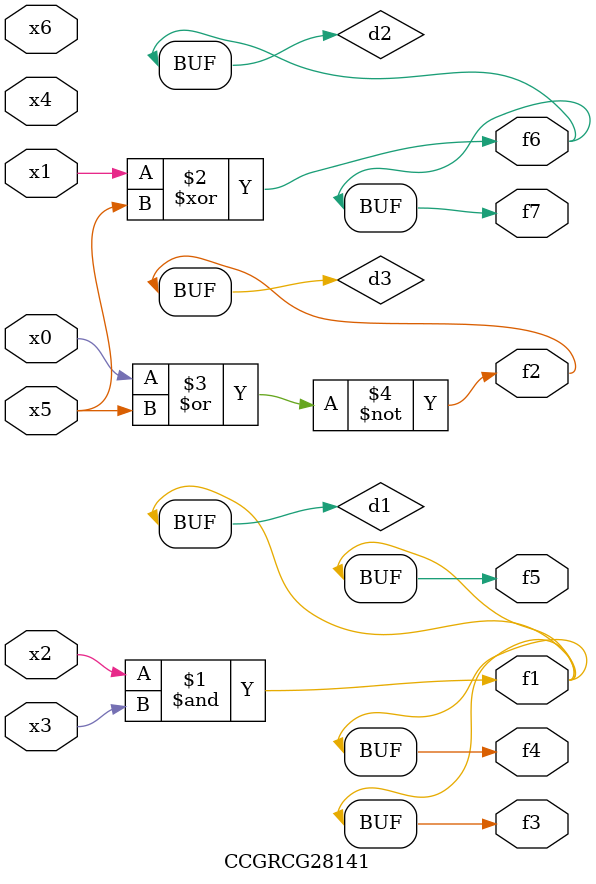
<source format=v>
module CCGRCG28141(
	input x0, x1, x2, x3, x4, x5, x6,
	output f1, f2, f3, f4, f5, f6, f7
);

	wire d1, d2, d3;

	and (d1, x2, x3);
	xor (d2, x1, x5);
	nor (d3, x0, x5);
	assign f1 = d1;
	assign f2 = d3;
	assign f3 = d1;
	assign f4 = d1;
	assign f5 = d1;
	assign f6 = d2;
	assign f7 = d2;
endmodule

</source>
